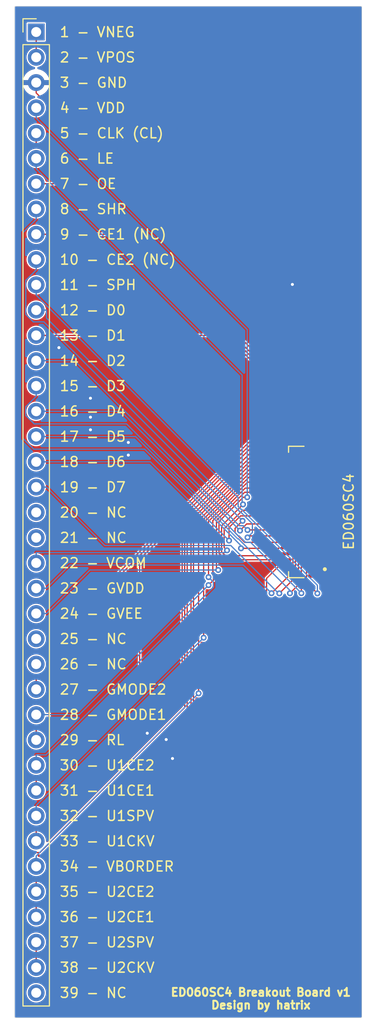
<source format=kicad_pcb>
(kicad_pcb (version 20221018) (generator pcbnew)
  (layers (0 "F.Cu" signal "Front") (31 "B.Cu" signal "Back") (34 "B.Paste" user) (35 "F.Paste" user) (36 "B.SilkS" user "B.Silkscreen") (37 "F.SilkS" user "F.Silkscreen") (38 "B.Mask" user) (39 "F.Mask" user) (44 "Edge.Cuts" user))
  (net 0 "")
  (net 6 "/GND")
  (net 7 "Net-(J1-VPOS)")
  (net 8 "Net-(J1-VNEG)")
  (net 9 "Net-(J1-VDD)")
  (net 10 "Net-(J1-CLK)")
  (net 11 "Net-(J1-LE)")
  (net 12 "Net-(J1-OE)")
  (net 13 "Net-(J1-SHR)")
  (net 14 "Net-(J1-CE1)")
  (net 15 "Net-(J1-CE2)")
  (net 16 "Net-(J1-SPH)")
  (net 17 "Net-(J1-D0)")
  (net 18 "Net-(J1-D1)")
  (net 19 "Net-(J1-D2)")
  (net 20 "Net-(J1-D3)")
  (net 21 "Net-(J1-D4)")
  (net 22 "Net-(J1-D5)")
  (net 23 "Net-(J1-D6)")
  (net 24 "Net-(J1-D7)")
  (net 25 "Net-(J1-VCOM)")
  (net 26 "Net-(J1-GVDD)")
  (net 27 "Net-(J1-GVEE)")
  (net 28 "Net-(J1-GMODE2)")
  (net 29 "Net-(J1-GMODE1)")
  (net 30 "Net-(J1-RL)")
  (net 31 "Net-(J1-U1CE2)")
  (net 32 "Net-(J1-U1CE1)")
  (net 33 "Net-(J1-U1SPV)")
  (net 34 "Net-(J1-U1CKV)")
  (net 35 "Net-(J1-VBORDER)")
  (net 36 "Net-(J1-U2CE2)")
  (net 37 "Net-(J1-U2CE1)")
  (net 38 "Net-(J1-U2SPV)")
  (net 39 "Net-(J1-U2CKV)")
  (footprint "Local Footprints:HRS_FH26W-39S-0.3SHW(60)" (layer "F.Cu") (at 133.68 90.17 90)
    (fp_text reference "J1" hide)
    (fp_text value "ED060SC4" (at 0.03 4.705 90) (layer "F.SilkS"))
    (fp_line (start -6.6 -1.35) (end -6 -1.35) (stroke (width 0.127)) (layer "F.SilkS"))
    (fp_line (start -6.6 0.2) (end -6.6 -1.35) (stroke (width 0.127)) (layer "F.SilkS"))
    (fp_line (start 6.6 -1.35) (end 6 -1.35) (stroke (width 0.127)) (layer "F.SilkS"))
    (fp_line (start 6.6 0.2) (end 6.6 -1.35) (stroke (width 0.127)) (layer "F.SilkS"))
    (fp_circle (center -5.75 2.3) (end -5.65 2.3) (stroke (width 0.2)) (fill none) (layer "F.SilkS"))
    (pad "1" smd rect (at -5.7 1.4 90) (size 0.3 0.8) (layers "F.Cu" "F.Paste" "F.Mask") (net 8 "Net-(J1-VNEG)"))
    (pad "2" smd rect (at -5.4 -1.6 90) (size 0.3 1) (layers "F.Cu" "F.Paste" "F.Mask") (net 7 "Net-(J1-VPOS)"))
    (pad "3" smd rect (at -5.1 1.4 90) (size 0.3 0.8) (layers "F.Cu" "F.Paste" "F.Mask") (net 6 "/GND"))
    (pad "4" smd rect (at -4.8 -1.6 90) (size 0.3 1) (layers "F.Cu" "F.Paste" "F.Mask") (net 9 "Net-(J1-VDD)"))
    (pad "5" smd rect (at -4.5 1.4 90) (size 0.3 0.8) (layers "F.Cu" "F.Paste" "F.Mask") (net 10 "Net-(J1-CLK)"))
    (pad "6" smd rect (at -4.2 -1.6 90) (size 0.3 1) (layers "F.Cu" "F.Paste" "F.Mask") (net 11 "Net-(J1-LE)"))
    (pad "7" smd rect (at -3.9 1.4 90) (size 0.3 0.8) (layers "F.Cu" "F.Paste" "F.Mask") (net 12 "Net-(J1-OE)"))
    (pad "8" smd rect (at -3.6 -1.6 90) (size 0.3 1) (layers "F.Cu" "F.Paste" "F.Mask") (net 13 "Net-(J1-SHR)"))
    (pad "9" smd rect (at -3.3 1.4 90) (size 0.3 0.8) (layers "F.Cu" "F.Paste" "F.Mask") (net 14 "Net-(J1-CE1)"))
    (pad "10" smd rect (at -3 -1.6 90) (size 0.3 1) (layers "F.Cu" "F.Paste" "F.Mask") (net 15 "Net-(J1-CE2)"))
    (pad "11" smd rect (at -2.7 1.4 90) (size 0.3 0.8) (layers "F.Cu" "F.Paste" "F.Mask") (net 16 "Net-(J1-SPH)"))
    (pad "12" smd rect (at -2.4 -1.6 90) (size 0.3 1) (layers "F.Cu" "F.Paste" "F.Mask") (net 17 "Net-(J1-D0)"))
    (pad "13" smd rect (at -2.1 1.4 90) (size 0.3 0.8) (layers "F.Cu" "F.Paste" "F.Mask") (net 18 "Net-(J1-D1)"))
    (pad "14" smd rect (at -1.8 -1.6 90) (size 0.3 1) (layers "F.Cu" "F.Paste" "F.Mask") (net 19 "Net-(J1-D2)"))
    (pad "15" smd rect (at -1.5 1.4 90) (size 0.3 0.8) (layers "F.Cu" "F.Paste" "F.Mask") (net 20 "Net-(J1-D3)"))
    (pad "16" smd rect (at -1.2 -1.6 90) (size 0.3 1) (layers "F.Cu" "F.Paste" "F.Mask") (net 21 "Net-(J1-D4)"))
    (pad "17" smd rect (at -0.9 1.4 90) (size 0.3 0.8) (layers "F.Cu" "F.Paste" "F.Mask") (net 22 "Net-(J1-D5)"))
    (pad "18" smd rect (at -0.6 -1.6 90) (size 0.3 1) (layers "F.Cu" "F.Paste" "F.Mask") (net 23 "Net-(J1-D6)"))
    (pad "19" smd rect (at -0.3 1.4 90) (size 0.3 0.8) (layers "F.Cu" "F.Paste" "F.Mask") (net 24 "Net-(J1-D7)"))
    (pad "20" smd rect (at 0 -1.6 90) (size 0.3 1) (layers "F.Cu" "F.Paste" "F.Mask"))
    (pad "21" smd rect (at 0.3 1.4 90) (size 0.3 0.8) (layers "F.Cu" "F.Paste" "F.Mask"))
    (pad "22" smd rect (at 0.6 -1.6 90) (size 0.3 1) (layers "F.Cu" "F.Paste" "F.Mask") (net 25 "Net-(J1-VCOM)"))
    (pad "23" smd rect (at 0.9 1.4 90) (size 0.3 0.8) (layers "F.Cu" "F.Paste" "F.Mask") (net 26 "Net-(J1-GVDD)"))
    (pad "24" smd rect (at 1.2 -1.6 90) (size 0.3 1) (layers "F.Cu" "F.Paste" "F.Mask") (net 27 "Net-(J1-GVEE)"))
    (pad "25" smd rect (at 1.5 1.4 90) (size 0.3 0.8) (layers "F.Cu" "F.Paste" "F.Mask"))
    (pad "26" smd rect (at 1.8 -1.6 90) (size 0.3 1) (layers "F.Cu" "F.Paste" "F.Mask"))
    (pad "27" smd rect (at 2.1 1.4 90) (size 0.3 0.8) (layers "F.Cu" "F.Paste" "F.Mask") (net 28 "Net-(J1-GMODE2)"))
    (pad "28" smd rect (at 2.4 -1.6 90) (size 0.3 1) (layers "F.Cu" "F.Paste" "F.Mask") (net 29 "Net-(J1-GMODE1)"))
    (pad "29" smd rect (at 2.7 1.4 90) (size 0.3 0.8) (layers "F.Cu" "F.Paste" "F.Mask") (net 30 "Net-(J1-RL)"))
    (pad "30" smd rect (at 3 -1.6 90) (size 0.3 1) (layers "F.Cu" "F.Paste" "F.Mask") (net 31 "Net-(J1-U1CE2)"))
    (pad "31" smd rect (at 3.3 1.4 90) (size 0.3 0.8) (layers "F.Cu" "F.Paste" "F.Mask") (net 32 "Net-(J1-U1CE1)"))
    (pad "32" smd rect (at 3.6 -1.6 90) (size 0.3 1) (layers "F.Cu" "F.Paste" "F.Mask") (net 33 "Net-(J1-U1SPV)"))
    (pad "33" smd rect (at 3.9 1.4 90) (size 0.3 0.8) (layers "F.Cu" "F.Paste" "F.Mask") (net 34 "Net-(J1-U1CKV)"))
    (pad "34" smd rect (at 4.2 -1.6 90) (size 0.3 1) (layers "F.Cu" "F.Paste" "F.Mask") (net 35 "Net-(J1-VBORDER)"))
    (pad "35" smd rect (at 4.5 1.4 90) (size 0.3 0.8) (layers "F.Cu" "F.Paste" "F.Mask") (net 36 "Net-(J1-U2CE2)"))
    (pad "36" smd rect (at 4.8 -1.6 90) (size 0.3 1) (layers "F.Cu" "F.Paste" "F.Mask") (net 37 "Net-(J1-U2CE1)"))
    (pad "37" smd rect (at 5.1 1.4 90) (size 0.3 0.8) (layers "F.Cu" "F.Paste" "F.Mask") (net 38 "Net-(J1-U2SPV)"))
    (pad "38" smd rect (at 5.4 -1.6 90) (size 0.3 1) (layers "F.Cu" "F.Paste" "F.Mask") (net 39 "Net-(J1-U2CKV)"))
    (pad "39" smd rect (at 5.7 1.4 90) (size 0.3 0.8) (layers "F.Cu" "F.Paste" "F.Mask"))
    (pad "S1" smd rect (at -6.4 1.125 90) (size 0.4 0.95) (layers "F.Cu" "F.Paste" "F.Mask"))
    (pad "S2" smd rect (at 6.4 1.125 90) (size 0.4 0.95) (layers "F.Cu" "F.Paste" "F.Mask"))
  )
  (footprint "Connector_PinHeader_2.54mm:PinHeader_1x39_P2.54mm_Vertical" (layer "F.Cu") (at 106.934 41.95)
    (fp_text reference "J2" hide)
    (fp_text value "Conn_01x39_Pin")
    (fp_line (start -1.33 -1.33) (end 0 -1.33) (stroke (width 0.12)) (layer "F.SilkS"))
    (fp_line (start -1.33 0) (end -1.33 -1.33) (stroke (width 0.12)) (layer "F.SilkS"))
    (fp_line (start -1.33 1.27) (end -1.33 97.85) (stroke (width 0.12)) (layer "F.SilkS"))
    (fp_line (start -1.33 1.27) (end 1.33 1.27) (stroke (width 0.12)) (layer "F.SilkS"))
    (fp_line (start -1.33 97.85) (end 1.33 97.85) (stroke (width 0.12)) (layer "F.SilkS"))
    (fp_line (start 1.33 1.27) (end 1.33 97.85) (stroke (width 0.12)) (layer "F.SilkS"))
    (pad "1" thru_hole rect (at 0 0) (size 1.7 1.7) (drill 1) (layers "*.Cu" "*.Mask") (net 8 "Net-(J1-VNEG)"))
    (pad "2" thru_hole oval (at 0 2.54) (size 1.7 1.7) (drill 1) (layers "*.Cu" "*.Mask") (net 7 "Net-(J1-VPOS)"))
    (pad "3" thru_hole oval (at 0 5.08) (size 1.7 1.7) (drill 1) (layers "*.Cu" "*.Mask") (net 6 "/GND"))
    (pad "4" thru_hole oval (at 0 7.62) (size 1.7 1.7) (drill 1) (layers "*.Cu" "*.Mask") (net 9 "Net-(J1-VDD)"))
    (pad "5" thru_hole oval (at 0 10.16) (size 1.7 1.7) (drill 1) (layers "*.Cu" "*.Mask") (net 10 "Net-(J1-CLK)"))
    (pad "6" thru_hole oval (at 0 12.7) (size 1.7 1.7) (drill 1) (layers "*.Cu" "*.Mask") (net 11 "Net-(J1-LE)"))
    (pad "7" thru_hole oval (at 0 15.24) (size 1.7 1.7) (drill 1) (layers "*.Cu" "*.Mask") (net 12 "Net-(J1-OE)"))
    (pad "8" thru_hole oval (at 0 17.78) (size 1.7 1.7) (drill 1) (layers "*.Cu" "*.Mask") (net 13 "Net-(J1-SHR)"))
    (pad "9" thru_hole oval (at 0 20.32) (size 1.7 1.7) (drill 1) (layers "*.Cu" "*.Mask") (net 14 "Net-(J1-CE1)"))
    (pad "10" thru_hole oval (at 0 22.86) (size 1.7 1.7) (drill 1) (layers "*.Cu" "*.Mask") (net 15 "Net-(J1-CE2)"))
    (pad "11" thru_hole oval (at 0 25.4) (size 1.7 1.7) (drill 1) (layers "*.Cu" "*.Mask") (net 16 "Net-(J1-SPH)"))
    (pad "12" thru_hole oval (at 0 27.94) (size 1.7 1.7) (drill 1) (layers "*.Cu" "*.Mask") (net 17 "Net-(J1-D0)"))
    (pad "13" thru_hole oval (at 0 30.48) (size 1.7 1.7) (drill 1) (layers "*.Cu" "*.Mask") (net 18 "Net-(J1-D1)"))
    (pad "14" thru_hole oval (at 0 33.02) (size 1.7 1.7) (drill 1) (layers "*.Cu" "*.Mask") (net 19 "Net-(J1-D2)"))
    (pad "15" thru_hole oval (at 0 35.56) (size 1.7 1.7) (drill 1) (layers "*.Cu" "*.Mask") (net 20 "Net-(J1-D3)"))
    (pad "16" thru_hole oval (at 0 38.1) (size 1.7 1.7) (drill 1) (layers "*.Cu" "*.Mask") (net 21 "Net-(J1-D4)"))
    (pad "17" thru_hole oval (at 0 40.64) (size 1.7 1.7) (drill 1) (layers "*.Cu" "*.Mask") (net 22 "Net-(J1-D5)"))
    (pad "18" thru_hole oval (at 0 43.18) (size 1.7 1.7) (drill 1) (layers "*.Cu" "*.Mask") (net 23 "Net-(J1-D6)"))
    (pad "19" thru_hole oval (at 0 45.72) (size 1.7 1.7) (drill 1) (layers "*.Cu" "*.Mask") (net 24 "Net-(J1-D7)"))
    (pad "20" thru_hole oval (at 0 48.26) (size 1.7 1.7) (drill 1) (layers "*.Cu" "*.Mask"))
    (pad "21" thru_hole oval (at 0 50.8) (size 1.7 1.7) (drill 1) (layers "*.Cu" "*.Mask"))
    (pad "22" thru_hole oval (at 0 53.34) (size 1.7 1.7) (drill 1) (layers "*.Cu" "*.Mask") (net 25 "Net-(J1-VCOM)"))
    (pad "23" thru_hole oval (at 0 55.88) (size 1.7 1.7) (drill 1) (layers "*.Cu" "*.Mask") (net 26 "Net-(J1-GVDD)"))
    (pad "24" thru_hole oval (at 0 58.42) (size 1.7 1.7) (drill 1) (layers "*.Cu" "*.Mask") (net 27 "Net-(J1-GVEE)"))
    (pad "25" thru_hole oval (at 0 60.96) (size 1.7 1.7) (drill 1) (layers "*.Cu" "*.Mask"))
    (pad "26" thru_hole oval (at 0 63.5) (size 1.7 1.7) (drill 1) (layers "*.Cu" "*.Mask"))
    (pad "27" thru_hole oval (at 0 66.04) (size 1.7 1.7) (drill 1) (layers "*.Cu" "*.Mask") (net 28 "Net-(J1-GMODE2)"))
    (pad "28" thru_hole oval (at 0 68.58) (size 1.7 1.7) (drill 1) (layers "*.Cu" "*.Mask") (net 29 "Net-(J1-GMODE1)"))
    (pad "29" thru_hole oval (at 0 71.12) (size 1.7 1.7) (drill 1) (layers "*.Cu" "*.Mask") (net 30 "Net-(J1-RL)"))
    (pad "30" thru_hole oval (at 0 73.66) (size 1.7 1.7) (drill 1) (layers "*.Cu" "*.Mask") (net 31 "Net-(J1-U1CE2)"))
    (pad "31" thru_hole oval (at 0 76.2) (size 1.7 1.7) (drill 1) (layers "*.Cu" "*.Mask") (net 32 "Net-(J1-U1CE1)"))
    (pad "32" thru_hole oval (at 0 78.74) (size 1.7 1.7) (drill 1) (layers "*.Cu" "*.Mask") (net 33 "Net-(J1-U1SPV)"))
    (pad "33" thru_hole oval (at 0 81.28) (size 1.7 1.7) (drill 1) (layers "*.Cu" "*.Mask") (net 34 "Net-(J1-U1CKV)"))
    (pad "34" thru_hole oval (at 0 83.82) (size 1.7 1.7) (drill 1) (layers "*.Cu" "*.Mask") (net 35 "Net-(J1-VBORDER)"))
    (pad "35" thru_hole oval (at 0 86.36) (size 1.7 1.7) (drill 1) (layers "*.Cu" "*.Mask") (net 36 "Net-(J1-U2CE2)"))
    (pad "36" thru_hole oval (at 0 88.9) (size 1.7 1.7) (drill 1) (layers "*.Cu" "*.Mask") (net 37 "Net-(J1-U2CE1)"))
    (pad "37" thru_hole oval (at 0 91.44) (size 1.7 1.7) (drill 1) (layers "*.Cu" "*.Mask") (net 38 "Net-(J1-U2SPV)"))
    (pad "38" thru_hole oval (at 0 93.98) (size 1.7 1.7) (drill 1) (layers "*.Cu" "*.Mask") (net 39 "Net-(J1-U2CKV)"))
    (pad "39" thru_hole oval (at 0 96.52) (size 1.7 1.7) (drill 1) (layers "*.Cu" "*.Mask"))
  )
  (gr_rect (start 104.775 39.37) (end 139.7 140.97) (stroke (width 0.0381)) (fill none) (layer "Edge.Cuts"))
  (gr_text "32 - U1SPV" (at 109.22 121.285) (layer "F.SilkS") (effects (font (size 1 1)) (justify left bottom)))
  (gr_text "39 - NC" (at 109.22 139.065) (layer "F.SilkS") (effects (font (size 1 1)) (justify left bottom)))
  (gr_text "34 - VBORDER" (at 109.22 126.365) (layer "F.SilkS") (effects (font (size 1 1)) (justify left bottom)))
  (gr_text "6 - LE" (at 109.22 55.245) (layer "F.SilkS") (effects (font (size 1 1)) (justify left bottom)))
  (gr_text "38 - U2CKV" (at 109.22 136.525) (layer "F.SilkS") (effects (font (size 1 1)) (justify left bottom)))
  (gr_text "12 - D0" (at 109.22 70.485) (layer "F.SilkS") (effects (font (size 1 1)) (justify left bottom)))
  (gr_text "37 - U2SPV" (at 109.22 133.985) (layer "F.SilkS") (effects (font (size 1 1)) (justify left bottom)))
  (gr_text "24 - GVEE" (at 109.22 100.965) (layer "F.SilkS") (effects (font (size 1 1)) (justify left bottom)))
  (gr_text "27 - GMODE2" (at 109.22 108.585) (layer "F.SilkS") (effects (font (size 1 1)) (justify left bottom)))
  (gr_text "18 - D6" (at 109.22 85.725) (layer "F.SilkS") (effects (font (size 1 1)) (justify left bottom)))
  (gr_text "22 - VCOM" (at 109.22 95.885) (layer "F.SilkS") (effects (font (size 1 1)) (justify left bottom)))
  (gr_text "20 - NC" (at 109.22 90.805) (layer "F.SilkS") (effects (font (size 1 1)) (justify left bottom)))
  (gr_text "19 - D7" (at 109.22 88.265) (layer "F.SilkS") (effects (font (size 1 1)) (justify left bottom)))
  (gr_text "14 - D2" (at 109.22 75.565) (layer "F.SilkS") (effects (font (size 1 1)) (justify left bottom)))
  (gr_text "31 - U1CE1" (at 109.22 118.745) (layer "F.SilkS") (effects (font (size 1 1)) (justify left bottom)))
  (gr_text "10 - CE2 (NC)" (at 109.22 65.405) (layer "F.SilkS") (effects (font (size 1 1)) (justify left bottom)))
  (gr_text "25 - NC" (at 109.22 103.505) (layer "F.SilkS") (effects (font (size 1 1)) (justify left bottom)))
  (gr_text "ED060SC4 Breakout Board v1\nDesign by hatrix" (at 129.54 139.065) (layer "F.SilkS") (effects (font (size 0.8 0.8) (thickness 0.2) bold)))
  (gr_text "13 - D1" (at 109.22 73.025) (layer "F.SilkS") (effects (font (size 1 1)) (justify left bottom)))
  (gr_text "17 - D5" (at 109.22 83.185) (layer "F.SilkS") (effects (font (size 1 1)) (justify left bottom)))
  (gr_text "16 - D4" (at 109.22 80.645) (layer "F.SilkS") (effects (font (size 1 1)) (justify left bottom)))
  (gr_text "1 - VNEG" (at 109.22 42.545) (layer "F.SilkS") (effects (font (size 1 1)) (justify left bottom)))
  (gr_text "7 - OE" (at 109.22 57.785) (layer "F.SilkS") (effects (font (size 1 1)) (justify left bottom)))
  (gr_text "23 - GVDD" (at 109.22 98.425) (layer "F.SilkS") (effects (font (size 1 1)) (justify left bottom)))
  (gr_text "4 - VDD" (at 109.22 50.165) (layer "F.SilkS") (effects (font (size 1 1)) (justify left bottom)))
  (gr_text "11 - SPH" (at 109.22 67.945) (layer "F.SilkS") (effects (font (size 1 1)) (justify left bottom)))
  (gr_text "15 - D3" (at 109.22 78.105) (layer "F.SilkS") (effects (font (size 1 1)) (justify left bottom)))
  (gr_text "33 - U1CKV" (at 109.22 123.825) (layer "F.SilkS") (effects (font (size 1 1)) (justify left bottom)))
  (gr_text "9 - CE1 (NC)" (at 109.22 62.865) (layer "F.SilkS") (effects (font (size 1 1)) (justify left bottom)))
  (gr_text "36 - U2CE1" (at 109.22 131.445) (layer "F.SilkS") (effects (font (size 1 1)) (justify left bottom)))
  (gr_text "5 - CLK (CL)" (at 109.22 52.705) (layer "F.SilkS") (effects (font (size 1 1)) (justify left bottom)))
  (gr_text "21 - NC" (at 109.22 93.345) (layer "F.SilkS") (effects (font (size 1 1)) (justify left bottom)))
  (gr_text "29 - RL" (at 109.22 113.665) (layer "F.SilkS") (effects (font (size 1 1)) (justify left bottom)))
  (gr_text "30 - U1CE2" (at 109.22 116.205) (layer "F.SilkS") (effects (font (size 1 1)) (justify left bottom)))
  (gr_text "35 - U2CE2" (at 109.22 128.905) (layer "F.SilkS") (effects (font (size 1 1)) (justify left bottom)))
  (gr_text "3 - GND" (at 109.22 47.625) (layer "F.SilkS") (effects (font (size 1 1)) (justify left bottom)))
  (gr_text "8 - SHR" (at 109.22 60.325) (layer "F.SilkS") (effects (font (size 1 1)) (justify left bottom)))
  (gr_text "26 - NC" (at 109.22 106.045) (layer "F.SilkS") (effects (font (size 1 1)) (justify left bottom)))
  (gr_text "2 - VPOS" (at 109.22 45.085) (layer "F.SilkS") (effects (font (size 1 1)) (justify left bottom)))
  (gr_text "28 - GMODE1" (at 109.22 111.125) (layer "F.SilkS") (effects (font (size 1 1)) (justify left bottom)))
  (segment (start 137.8341 93.1065) (end 135.6706 95.27) (width 0.127) (layer "F.Cu") (net 6))
  (segment (start 106.934 48.0706) (end 137.8341 78.9707) (width 0.127) (layer "F.Cu") (net 6))
  (segment (start 135.08 95.27) (end 135.6706 95.27) (width 0.127) (layer "F.Cu") (net 6))
  (segment (start 137.8341 78.9707) (end 137.8341 93.1065) (width 0.127) (layer "F.Cu") (net 6))
  (segment (start 106.934 47.03) (end 106.934 48.0706) (width 0.127) (layer "F.Cu") (net 6))
  (via (at 116.205 84.455) (size 0.6) (drill 0.3) (layers "F.Cu" "B.Cu") (net 6))
  (via (at 120.65 114.935) (size 0.6) (drill 0.3) (layers "F.Cu" "B.Cu") (net 6))
  (via (at 132.715 67.31) (size 0.6) (drill 0.3) (layers "F.Cu" "B.Cu") (net 6))
  (via (at 112.395 80.645) (size 0.6) (drill 0.3) (layers "F.Cu" "B.Cu") (net 6))
  (via (at 120.015 113.03) (size 0.6) (drill 0.3) (layers "F.Cu" "B.Cu") (net 6))
  (via (at 112.395 78.74) (size 0.6) (drill 0.3) (layers "F.Cu" "B.Cu") (net 6))
  (via (at 116.205 83.185) (size 0.6) (drill 0.3) (layers "F.Cu" "B.Cu") (net 6))
  (via (at 109.22 73.66) (size 0.6) (drill 0.3) (layers "F.Cu" "B.Cu") (net 6))
  (via (at 112.395 81.915) (size 0.6) (drill 0.3) (layers "F.Cu" "B.Cu") (net 6))
  (via (at 118.11 112.395) (size 0.6) (drill 0.3) (layers "F.Cu" "B.Cu") (net 6))
  (segment (start 105.8933 42.929) (end 105.8933 40.9464) (width 0.127) (layer "F.Cu") (net 7))
  (segment (start 138.3673 95.9752) (end 135.5021 98.8404) (width 0.127) (layer "F.Cu") (net 7))
  (segment (start 132.08 95.57) (end 131.3894 95.57) (width 0.127) (layer "F.Cu") (net 7))
  (segment (start 138.3673 71.3893) (end 138.3673 95.9752) (width 0.127) (layer "F.Cu") (net 7))
  (segment (start 130.1177 98.6104) (end 130.1177 96.8417) (width 0.127) (layer "F.Cu") (net 7))
  (segment (start 107.8873 40.9093) (end 138.3673 71.3893) (width 0.127) (layer "F.Cu") (net 7))
  (segment (start 135.5021 98.8404) (end 130.3477 98.8404) (width 0.127) (layer "F.Cu") (net 7))
  (segment (start 106.4137 43.4494) (end 105.8933 42.929) (width 0.127) (layer "F.Cu") (net 7))
  (segment (start 130.1177 96.8417) (end 131.3894 95.57) (width 0.127) (layer "F.Cu") (net 7))
  (segment (start 105.9304 40.9093) (end 107.8873 40.9093) (width 0.127) (layer "F.Cu") (net 7))
  (segment (start 106.934 44.49) (end 106.934 43.4494) (width 0.127) (layer "F.Cu") (net 7))
  (segment (start 106.934 43.4494) (end 106.4137 43.4494) (width 0.127) (layer "F.Cu") (net 7))
  (segment (start 105.8933 40.9464) (end 105.9304 40.9093) (width 0.127) (layer "F.Cu") (net 7))
  (segment (start 130.3477 98.8404) (end 130.1177 98.6104) (width 0.127) (layer "F.Cu") (net 7))
  (segment (start 135.08 95.87) (end 135.6706 95.87) (width 0.127) (layer "F.Cu") (net 8))
  (segment (start 106.934 42.9906) (end 138.0927 74.1493) (width 0.127) (layer "F.Cu") (net 8))
  (segment (start 138.0927 74.1493) (end 138.0927 93.4479) (width 0.127) (layer "F.Cu") (net 8))
  (segment (start 138.0927 93.4479) (end 135.6706 95.87) (width 0.127) (layer "F.Cu") (net 8))
  (segment (start 106.934 41.95) (end 106.934 42.9906) (width 0.127) (layer "F.Cu") (net 8))
  (segment (start 125.3296 91.1309) (end 125.3296 94.3059) (width 0.127) (layer "F.Cu") (net 9))
  (segment (start 125.3296 94.3059) (end 125.9937 94.97) (width 0.127) (layer "F.Cu") (net 9))
  (segment (start 128.1708 88.6885) (end 127.772 88.6885) (width 0.127) (layer "F.Cu") (net 9))
  (segment (start 125.9937 94.97) (end 132.08 94.97) (width 0.127) (layer "F.Cu") (net 9))
  (segment (start 127.772 88.6885) (end 125.3296 91.1309) (width 0.127) (layer "F.Cu") (net 9))
  (via (at 128.1708 88.6885) (size 0.6) (drill 0.3) (layers "F.Cu" "B.Cu") (net 9))
  (segment (start 106.934 50.6106) (end 128.1708 71.8474) (width 0.127) (layer "B.Cu") (net 9))
  (segment (start 106.934 49.57) (end 106.934 50.6106) (width 0.127) (layer "B.Cu") (net 9))
  (segment (start 128.1708 71.8474) (end 128.1708 88.6885) (width 0.127) (layer "B.Cu") (net 9))
  (segment (start 135.08 94.67) (end 135.6706 94.67) (width 0.127) (layer "F.Cu") (net 10))
  (segment (start 137.5776 82.7536) (end 137.5776 92.763) (width 0.127) (layer "F.Cu") (net 10))
  (segment (start 106.934 52.11) (end 106.934 53.1506) (width 0.127) (layer "F.Cu") (net 10))
  (segment (start 137.5776 92.763) (end 135.6706 94.67) (width 0.127) (layer "F.Cu") (net 10))
  (segment (start 107.9746 53.1506) (end 137.5776 82.7536) (width 0.127) (layer "F.Cu") (net 10))
  (segment (start 106.934 53.1506) (end 107.9746 53.1506) (width 0.127) (layer "F.Cu") (net 10))
  (segment (start 132.08 94.37) (end 131.3894 94.37) (width 0.127) (layer "F.Cu") (net 11))
  (segment (start 131.1949 94.5645) (end 131.3894 94.37) (width 0.127) (layer "F.Cu") (net 11))
  (segment (start 125.5903 91.5639) (end 125.5903 94.1717) (width 0.127) (layer "F.Cu") (net 11))
  (segment (start 125.9831 94.5645) (end 131.1949 94.5645) (width 0.127) (layer "F.Cu") (net 11))
  (segment (start 125.5903 94.1717) (end 125.9831 94.5645) (width 0.127) (layer "F.Cu") (net 11))
  (segment (start 127.7467 89.4075) (end 125.5903 91.5639) (width 0.127) (layer "F.Cu") (net 11))
  (via (at 127.7467 89.4075) (size 0.6) (drill 0.3) (layers "F.Cu" "B.Cu") (net 11))
  (segment (start 106.934 55.6906) (end 127.6568 76.4134) (width 0.127) (layer "B.Cu") (net 11))
  (segment (start 127.6568 76.4134) (end 127.6568 89.3176) (width 0.127) (layer "B.Cu") (net 11))
  (segment (start 106.934 54.65) (end 106.934 55.6906) (width 0.127) (layer "B.Cu") (net 11))
  (segment (start 127.6568 89.3176) (end 127.7467 89.4075) (width 0.127) (layer "B.Cu") (net 11))
  (segment (start 106.934 57.19) (end 111.5543 57.19) (width 0.127) (layer "F.Cu") (net 12))
  (segment (start 137.3193 92.4213) (end 135.6706 94.07) (width 0.127) (layer "F.Cu") (net 12))
  (segment (start 135.08 94.07) (end 135.6706 94.07) (width 0.127) (layer "F.Cu") (net 12))
  (segment (start 111.5543 57.19) (end 137.3193 82.955) (width 0.127) (layer "F.Cu") (net 12))
  (segment (start 137.3193 82.955) (end 137.3193 92.4213) (width 0.127) (layer "F.Cu") (net 12))
  (segment (start 131.3401 93.8193) (end 127.5461 93.8193) (width 0.127) (layer "F.Cu") (net 13))
  (segment (start 132.08 93.77) (end 131.3894 93.77) (width 0.127) (layer "F.Cu") (net 13))
  (segment (start 131.3894 93.77) (end 131.3401 93.8193) (width 0.127) (layer "F.Cu") (net 13))
  (via (at 127.5461 93.8193) (size 0.6) (drill 0.3) (layers "F.Cu" "B.Cu") (net 13))
  (segment (start 127.5461 93.8193) (end 127.5461 93.5541) (width 0.127) (layer "B.Cu") (net 13))
  (segment (start 117.852 83.86) (end 106.6842 83.86) (width 0.127) (layer "B.Cu") (net 13))
  (segment (start 106.934 59.73) (end 106.934 60.7706) (width 0.127) (layer "B.Cu") (net 13))
  (segment (start 105.6127 62.0919) (end 106.934 60.7706) (width 0.127) (layer "B.Cu") (net 13))
  (segment (start 127.5461 93.5541) (end 117.852 83.86) (width 0.127) (layer "B.Cu") (net 13))
  (segment (start 105.6127 82.7885) (end 105.6127 62.0919) (width 0.127) (layer "B.Cu") (net 13))
  (segment (start 106.6842 83.86) (end 105.6127 82.7885) (width 0.127) (layer "B.Cu") (net 13))
  (segment (start 135.08 93.47) (end 135.6706 93.47) (width 0.127) (layer "F.Cu") (net 14))
  (segment (start 116.2748 62.27) (end 137.0651 83.0603) (width 0.127) (layer "F.Cu") (net 14))
  (segment (start 137.0651 83.0603) (end 137.0651 92.0755) (width 0.127) (layer "F.Cu") (net 14))
  (segment (start 137.0651 92.0755) (end 135.6706 93.47) (width 0.127) (layer "F.Cu") (net 14))
  (segment (start 106.934 62.27) (end 116.2748 62.27) (width 0.127) (layer "F.Cu") (net 14))
  (segment (start 132.08 93.17) (end 131.3894 93.17) (width 0.127) (layer "F.Cu") (net 15))
  (segment (start 131.3424 93.217) (end 127.9086 93.217) (width 0.127) (layer "F.Cu") (net 15))
  (segment (start 126.9466 91.8114) (end 127.7006 91.0574) (width 0.127) (layer "F.Cu") (net 15))
  (segment (start 126.9466 92.255) (end 126.9466 91.8114) (width 0.127) (layer "F.Cu") (net 15))
  (segment (start 131.3894 93.17) (end 131.3424 93.217) (width 0.127) (layer "F.Cu") (net 15))
  (segment (start 127.9086 93.217) (end 126.9466 92.255) (width 0.127) (layer "F.Cu") (net 15))
  (via (at 127.7006 91.0574) (size 0.6) (drill 0.3) (layers "F.Cu" "B.Cu") (net 15))
  (segment (start 106.934 65.8506) (end 105.8881 66.8965) (width 0.127) (layer "B.Cu") (net 15))
  (segment (start 105.8881 66.8965) (end 105.8881 70.3162) (width 0.127) (layer "B.Cu") (net 15))
  (segment (start 106.6419 71.07) (end 107.7132 71.07) (width 0.127) (layer "B.Cu") (net 15))
  (segment (start 105.8881 70.3162) (end 106.6419 71.07) (width 0.127) (layer "B.Cu") (net 15))
  (segment (start 107.7132 71.07) (end 127.7006 91.0574) (width 0.127) (layer "B.Cu") (net 15))
  (segment (start 106.934 64.81) (end 106.934 65.8506) (width 0.127) (layer "B.Cu") (net 15))
  (segment (start 134.1393 97.2553) (end 134.1393 93.2201) (width 0.127) (layer "F.Cu") (net 16))
  (segment (start 134.1393 93.2201) (end 134.4894 92.87) (width 0.127) (layer "F.Cu") (net 16))
  (segment (start 135.2315 98.3475) (end 134.1393 97.2553) (width 0.127) (layer "F.Cu") (net 16))
  (segment (start 135.08 92.87) (end 134.4894 92.87) (width 0.127) (layer "F.Cu") (net 16))
  (via (at 135.2315 98.3475) (size 0.6) (drill 0.3) (layers "F.Cu" "B.Cu") (net 16))
  (segment (start 106.934 67.35) (end 106.934 68.3906) (width 0.127) (layer "B.Cu") (net 16))
  (segment (start 135.2315 97.5327) (end 135.2315 98.3475) (width 0.127) (layer "B.Cu") (net 16))
  (segment (start 106.934 68.3906) (end 127.2561 88.7127) (width 0.127) (layer "B.Cu") (net 16))
  (segment (start 127.2561 88.7127) (end 127.2561 89.6106) (width 0.127) (layer "B.Cu") (net 16))
  (segment (start 127.5969 89.8981) (end 135.2315 97.5327) (width 0.127) (layer "B.Cu") (net 16))
  (segment (start 127.2561 89.6106) (end 127.5436 89.8981) (width 0.127) (layer "B.Cu") (net 16))
  (segment (start 127.5436 89.8981) (end 127.5969 89.8981) (width 0.127) (layer "B.Cu") (net 16))
  (segment (start 128.3567 92.57) (end 128.2003 92.7264) (width 0.127) (layer "F.Cu") (net 17))
  (segment (start 131.3894 92.57) (end 128.3567 92.57) (width 0.127) (layer "F.Cu") (net 17))
  (segment (start 132.08 92.57) (end 131.3894 92.57) (width 0.127) (layer "F.Cu") (net 17))
  (via (at 128.2003 92.7264) (size 0.6) (drill 0.3) (layers "F.Cu" "B.Cu") (net 17))
  (segment (start 128.6901 91.3508) (end 127.4915 90.1522) (width 0.127) (layer "B.Cu") (net 17))
  (segment (start 127.4384 90.1522) (end 107.9746 70.6884) (width 0.127) (layer "B.Cu") (net 17))
  (segment (start 107.9746 70.6884) (end 107.9746 69.89) (width 0.127) (layer "B.Cu") (net 17))
  (segment (start 128.6901 92.2366) (end 128.6901 91.3508) (width 0.127) (layer "B.Cu") (net 17))
  (segment (start 127.4915 90.1522) (end 127.4384 90.1522) (width 0.127) (layer "B.Cu") (net 17))
  (segment (start 128.2003 92.7264) (end 128.6901 92.2366) (width 0.127) (layer "B.Cu") (net 17))
  (segment (start 106.934 69.89) (end 107.9746 69.89) (width 0.127) (layer "B.Cu") (net 17))
  (segment (start 106.934 72.43) (end 107.9746 72.43) (width 0.127) (layer "F.Cu") (net 18))
  (segment (start 135.08 92.27) (end 135.6706 92.27) (width 0.127) (layer "F.Cu") (net 18))
  (segment (start 136.7665 91.1741) (end 135.6706 92.27) (width 0.127) (layer "F.Cu") (net 18))
  (segment (start 136.7665 83.1434) (end 136.7665 91.1741) (width 0.127) (layer "F.Cu") (net 18))
  (segment (start 107.9746 72.43) (end 126.0531 72.43) (width 0.127) (layer "F.Cu") (net 18))
  (segment (start 126.0531 72.43) (end 136.7665 83.1434) (width 0.127) (layer "F.Cu") (net 18))
  (segment (start 132.08 91.97) (end 128.2079 91.97) (width 0.127) (layer "F.Cu") (net 19))
  (segment (start 128.2079 91.97) (end 128.1994 91.9785) (width 0.127) (layer "F.Cu") (net 19))
  (via (at 128.1994 91.9785) (size 0.6) (drill 0.3) (layers "F.Cu" "B.Cu") (net 19))
  (segment (start 127.368 91.5481) (end 110.7899 74.97) (width 0.127) (layer "B.Cu") (net 19))
  (segment (start 127.769 91.5481) (end 127.368 91.5481) (width 0.127) (layer "B.Cu") (net 19))
  (segment (start 110.7899 74.97) (end 106.934 74.97) (width 0.127) (layer "B.Cu") (net 19))
  (segment (start 128.1994 91.9785) (end 127.769 91.5481) (width 0.127) (layer "B.Cu") (net 19))
  (segment (start 134.4894 91.67) (end 133.6203 92.5391) (width 0.127) (layer "F.Cu") (net 20))
  (segment (start 133.6203 92.5391) (end 133.6203 98.3296) (width 0.127) (layer "F.Cu") (net 20))
  (segment (start 135.08 91.67) (end 134.4894 91.67) (width 0.127) (layer "F.Cu") (net 20))
  (via (at 133.6203 98.3296) (size 0.6) (drill 0.3) (layers "F.Cu" "B.Cu") (net 20))
  (segment (start 127.2928 92.5821) (end 116.0307 81.32) (width 0.127) (layer "B.Cu") (net 20))
  (segment (start 127.9972 93.217) (end 127.3623 92.5821) (width 0.127) (layer "B.Cu") (net 20))
  (segment (start 105.8881 79.5965) (end 106.934 78.5506) (width 0.127) (layer "B.Cu") (net 20))
  (segment (start 106.7324 81.32) (end 105.8881 80.4757) (width 0.127) (layer "B.Cu") (net 20))
  (segment (start 133.6203 98.3296) (end 128.5077 93.217) (width 0.127) (layer "B.Cu") (net 20))
  (segment (start 128.5077 93.217) (end 127.9972 93.217) (width 0.127) (layer "B.Cu") (net 20))
  (segment (start 106.934 77.51) (end 106.934 78.5506) (width 0.127) (layer "B.Cu") (net 20))
  (segment (start 127.3623 92.5821) (end 127.2928 92.5821) (width 0.127) (layer "B.Cu") (net 20))
  (segment (start 105.8881 80.4757) (end 105.8881 79.5965) (width 0.127) (layer "B.Cu") (net 20))
  (segment (start 116.0307 81.32) (end 106.7324 81.32) (width 0.127) (layer "B.Cu") (net 20))
  (segment (start 128.1121 91.37) (end 127.4434 92.0387) (width 0.127) (layer "F.Cu") (net 21))
  (segment (start 131.3894 91.37) (end 128.1121 91.37) (width 0.127) (layer "F.Cu") (net 21))
  (segment (start 132.08 91.37) (end 131.3894 91.37) (width 0.127) (layer "F.Cu") (net 21))
  (via (at 127.4434 92.0387) (size 0.6) (drill 0.3) (layers "F.Cu" "B.Cu") (net 21))
  (segment (start 115.4547 80.05) (end 127.4434 92.0387) (width 0.127) (layer "B.Cu") (net 21))
  (segment (start 106.934 80.05) (end 115.4547 80.05) (width 0.127) (layer "B.Cu") (net 21))
  (segment (start 135.08 91.07) (end 134.4894 91.07) (width 0.127) (layer "F.Cu") (net 22))
  (segment (start 133.3267 92.2327) (end 134.4894 91.07) (width 0.127) (layer "F.Cu") (net 22))
  (segment (start 133.3267 97.4771) (end 133.3267 92.2327) (width 0.127) (layer "F.Cu") (net 22))
  (segment (start 132.4684 98.3354) (end 133.3267 97.4771) (width 0.127) (layer "F.Cu") (net 22))
  (via (at 132.4684 98.3354) (size 0.6) (drill 0.3) (layers "F.Cu" "B.Cu") (net 22))
  (segment (start 132.4684 98.0475) (end 127.2795 92.8586) (width 0.127) (layer "B.Cu") (net 22))
  (segment (start 116.9413 82.59) (end 106.934 82.59) (width 0.127) (layer "B.Cu") (net 22))
  (segment (start 127.2099 92.8586) (end 116.9413 82.59) (width 0.127) (layer "B.Cu") (net 22))
  (segment (start 127.2795 92.8586) (end 127.2099 92.8586) (width 0.127) (layer "B.Cu") (net 22))
  (segment (start 132.4684 98.3354) (end 132.4684 98.0475) (width 0.127) (layer "B.Cu") (net 22))
  (segment (start 126.3408 91.7235) (end 126.3408 93.0426) (width 0.127) (layer "F.Cu") (net 23))
  (segment (start 127.5013 90.563) (end 126.3408 91.7235) (width 0.127) (layer "F.Cu") (net 23))
  (segment (start 131.3894 90.77) (end 131.1824 90.563) (width 0.127) (layer "F.Cu") (net 23))
  (segment (start 131.1824 90.563) (end 127.5013 90.563) (width 0.127) (layer "F.Cu") (net 23))
  (segment (start 132.08 90.77) (end 131.3894 90.77) (width 0.127) (layer "F.Cu") (net 23))
  (via (at 126.3408 93.0426) (size 0.6) (drill 0.3) (layers "F.Cu" "B.Cu") (net 23))
  (segment (start 106.934 85.13) (end 118.4282 85.13) (width 0.127) (layer "B.Cu") (net 23))
  (segment (start 118.4282 85.13) (end 126.3408 93.0426) (width 0.127) (layer "B.Cu") (net 23))
  (segment (start 135.08 90.47) (end 134.4894 90.47) (width 0.127) (layer "F.Cu") (net 24))
  (segment (start 133.0249 91.9345) (end 133.0249 96.7236) (width 0.127) (layer "F.Cu") (net 24))
  (segment (start 134.4894 90.47) (end 133.0249 91.9345) (width 0.127) (layer "F.Cu") (net 24))
  (segment (start 133.0249 96.7236) (end 131.4011 98.3474) (width 0.127) (layer "F.Cu") (net 24))
  (via (at 131.4011 98.3474) (size 0.6) (drill 0.3) (layers "F.Cu" "B.Cu") (net 24))
  (segment (start 131.3259 98.3474) (end 126.5118 93.5333) (width 0.127) (layer "B.Cu") (net 24))
  (segment (start 126.5118 93.5333) (end 113.8379 93.5333) (width 0.127) (layer "B.Cu") (net 24))
  (segment (start 106.934 87.67) (end 107.9746 87.67) (width 0.127) (layer "B.Cu") (net 24))
  (segment (start 131.4011 98.3474) (end 131.3259 98.3474) (width 0.127) (layer "B.Cu") (net 24))
  (segment (start 113.8379 93.5333) (end 107.9746 87.67) (width 0.127) (layer "B.Cu") (net 24))
  (segment (start 130.961 89.9984) (end 127.7066 89.9984) (width 0.127) (layer "F.Cu") (net 25))
  (segment (start 127.7066 89.9984) (end 125.8501 91.8549) (width 0.127) (layer "F.Cu") (net 25))
  (segment (start 125.8501 91.8549) (end 125.8501 93.7375) (width 0.127) (layer "F.Cu") (net 25))
  (segment (start 131.3894 89.57) (end 130.961 89.9984) (width 0.127) (layer "F.Cu") (net 25))
  (segment (start 132.08 89.57) (end 131.3894 89.57) (width 0.127) (layer "F.Cu") (net 25))
  (segment (start 125.8501 93.7375) (end 126.1365 94.0239) (width 0.127) (layer "F.Cu") (net 25))
  (via (at 126.1365 94.0239) (size 0.6) (drill 0.3) (layers "F.Cu" "B.Cu") (net 25))
  (segment (start 125.911 94.2494) (end 126.1365 94.0239) (width 0.127) (layer "B.Cu") (net 25))
  (segment (start 106.934 94.2494) (end 125.911 94.2494) (width 0.127) (layer "B.Cu") (net 25))
  (segment (start 106.934 95.29) (end 106.934 94.2494) (width 0.127) (layer "B.Cu") (net 25))
  (segment (start 132.7707 96.1744) (end 132.7707 90.9887) (width 0.127) (layer "F.Cu") (net 26))
  (segment (start 132.7707 90.9887) (end 134.4894 89.27) (width 0.127) (layer "F.Cu") (net 26))
  (segment (start 135.08 89.27) (end 134.4894 89.27) (width 0.127) (layer "F.Cu") (net 26))
  (segment (start 130.6149 98.3302) (end 132.7707 96.1744) (width 0.127) (layer "F.Cu") (net 26))
  (via (at 130.6149 98.3302) (size 0.6) (drill 0.3) (layers "F.Cu" "B.Cu") (net 26))
  (segment (start 110.3046 95.5) (end 127.7847 95.5) (width 0.127) (layer "B.Cu") (net 26))
  (segment (start 127.7847 95.5) (end 130.6149 98.3302) (width 0.127) (layer "B.Cu") (net 26))
  (segment (start 107.9746 97.83) (end 110.3046 95.5) (width 0.127) (layer "B.Cu") (net 26))
  (segment (start 106.934 97.83) (end 107.9746 97.83) (width 0.127) (layer "B.Cu") (net 26))
  (segment (start 127.9137 88.1875) (end 125.0745 91.0267) (width 0.127) (layer "F.Cu") (net 27))
  (segment (start 132.08 88.97) (end 129.5544 88.97) (width 0.127) (layer "F.Cu") (net 27))
  (segment (start 128.7719 88.1875) (end 127.9137 88.1875) (width 0.127) (layer "F.Cu") (net 27))
  (segment (start 129.5544 88.97) (end 128.7719 88.1875) (width 0.127) (layer "F.Cu") (net 27))
  (segment (start 125.0745 95.8209) (end 125.2521 95.9985) (width 0.127) (layer "F.Cu") (net 27))
  (segment (start 125.0745 91.0267) (end 125.0745 95.8209) (width 0.127) (layer "F.Cu") (net 27))
  (via (at 125.2521 95.9985) (size 0.6) (drill 0.3) (layers "F.Cu" "B.Cu") (net 27))
  (segment (start 107.9746 100.37) (end 112.3461 95.9985) (width 0.127) (layer "B.Cu") (net 27))
  (segment (start 112.3461 95.9985) (end 125.2521 95.9985) (width 0.127) (layer "B.Cu") (net 27))
  (segment (start 106.934 100.37) (end 107.9746 100.37) (width 0.127) (layer "B.Cu") (net 27))
  (segment (start 135.8559 82.5923) (end 128.9131 82.5923) (width 0.127) (layer "F.Cu") (net 28))
  (segment (start 135.6706 88.07) (end 136.5123 87.2283) (width 0.127) (layer "F.Cu") (net 28))
  (segment (start 136.5123 87.2283) (end 136.5123 83.2487) (width 0.127) (layer "F.Cu") (net 28))
  (segment (start 128.9131 82.5923) (end 107.9746 103.5308) (width 0.127) (layer "F.Cu") (net 28))
  (segment (start 135.08 88.07) (end 135.6706 88.07) (width 0.127) (layer "F.Cu") (net 28))
  (segment (start 107.9746 103.5308) (end 107.9746 105.9088) (width 0.127) (layer "F.Cu") (net 28))
  (segment (start 136.5123 83.2487) (end 135.8559 82.5923) (width 0.127) (layer "F.Cu") (net 28))
  (segment (start 106.934 107.99) (end 106.934 106.9494) (width 0.127) (layer "F.Cu") (net 28))
  (segment (start 107.9746 105.9088) (end 106.934 106.9494) (width 0.127) (layer "F.Cu") (net 28))
  (segment (start 127.9719 87.77) (end 124.7093 91.0326) (width 0.127) (layer "F.Cu") (net 29))
  (segment (start 124.7664 96.2065) (end 124.7664 97.0271) (width 0.127) (layer "F.Cu") (net 29))
  (segment (start 124.7093 96.1494) (end 124.7664 96.2065) (width 0.127) (layer "F.Cu") (net 29))
  (segment (start 124.7093 91.0326) (end 124.7093 96.1494) (width 0.127) (layer "F.Cu") (net 29))
  (segment (start 132.08 87.77) (end 131.3894 87.77) (width 0.127) (layer "F.Cu") (net 29))
  (segment (start 124.7664 97.0271) (end 124.2758 97.5177) (width 0.127) (layer "F.Cu") (net 29))
  (segment (start 131.3894 87.77) (end 127.9719 87.77) (width 0.127) (layer "F.Cu") (net 29))
  (via (at 124.2758 97.5177) (size 0.6) (drill 0.3) (layers "F.Cu" "B.Cu") (net 29))
  (segment (start 106.934 110.53) (end 111.2635 110.53) (width 0.127) (layer "B.Cu") (net 29))
  (segment (start 111.2635 110.53) (end 124.2758 97.5177) (width 0.127) (layer "B.Cu") (net 29))
  (segment (start 129.0425 82.8465) (end 135.6518 82.8465) (width 0.127) (layer "F.Cu") (net 30))
  (segment (start 135.6518 82.8465) (end 136.2071 83.4018) (width 0.127) (layer "F.Cu") (net 30))
  (segment (start 135.08 87.47) (end 135.6706 87.47) (width 0.127) (layer "F.Cu") (net 30))
  (segment (start 106.934 113.07) (end 106.934 112.0294) (width 0.127) (layer "F.Cu") (net 30))
  (segment (start 136.2071 83.4018) (end 136.2071 86.9335) (width 0.127) (layer "F.Cu") (net 30))
  (segment (start 108.2288 103.6602) (end 129.0425 82.8465) (width 0.127) (layer "F.Cu") (net 30))
  (segment (start 108.2288 110.7346) (end 108.2288 103.6602) (width 0.127) (layer "F.Cu") (net 30))
  (segment (start 136.2071 86.9335) (end 135.6706 87.47) (width 0.127) (layer "F.Cu") (net 30))
  (segment (start 106.934 112.0294) (end 108.2288 110.7346) (width 0.127) (layer "F.Cu") (net 30))
  (segment (start 131.3894 87.17) (end 128.2126 87.17) (width 0.127) (layer "F.Cu") (net 31))
  (segment (start 124.2758 91.1068) (end 124.2758 96.7143) (width 0.127) (layer "F.Cu") (net 31))
  (segment (start 132.08 87.17) (end 131.3894 87.17) (width 0.127) (layer "F.Cu") (net 31))
  (segment (start 128.2126 87.17) (end 124.2758 91.1068) (width 0.127) (layer "F.Cu") (net 31))
  (via (at 124.2758 96.7143) (size 0.6) (drill 0.3) (layers "F.Cu" "B.Cu") (net 31))
  (segment (start 124.7664 97.2049) (end 124.2758 96.7143) (width 0.127) (layer "B.Cu") (net 31))
  (segment (start 107.9179 114.5694) (end 124.7664 97.7209) (width 0.127) (layer "B.Cu") (net 31))
  (segment (start 106.934 115.61) (end 106.934 114.5694) (width 0.127) (layer "B.Cu") (net 31))
  (segment (start 124.7664 97.7209) (end 124.7664 97.2049) (width 0.127) (layer "B.Cu") (net 31))
  (segment (start 106.934 114.5694) (end 107.9179 114.5694) (width 0.127) (layer "B.Cu") (net 31))
  (segment (start 135.9511 86.5895) (end 135.6706 86.87) (width 0.127) (layer "F.Cu") (net 32))
  (segment (start 135.08 86.87) (end 135.6706 86.87) (width 0.127) (layer "F.Cu") (net 32))
  (segment (start 117.3468 106.6966) (end 117.3468 94.9232) (width 0.127) (layer "F.Cu") (net 32))
  (segment (start 135.9511 83.6001) (end 135.9511 86.5895) (width 0.127) (layer "F.Cu") (net 32))
  (segment (start 117.3468 94.9232) (end 129.1555 83.1145) (width 0.127) (layer "F.Cu") (net 32))
  (segment (start 106.934 118.15) (end 106.934 117.1094) (width 0.127) (layer "F.Cu") (net 32))
  (segment (start 106.934 117.1094) (end 117.3468 106.6966) (width 0.127) (layer "F.Cu") (net 32))
  (segment (start 135.4655 83.1145) (end 135.9511 83.6001) (width 0.127) (layer "F.Cu") (net 32))
  (segment (start 129.1555 83.1145) (end 135.4655 83.1145) (width 0.127) (layer "F.Cu") (net 32))
  (segment (start 131.3894 86.57) (end 128.4533 86.57) (width 0.127) (layer "F.Cu") (net 33))
  (segment (start 123.7851 91.2382) (end 123.7851 102.7983) (width 0.127) (layer "F.Cu") (net 33))
  (segment (start 128.4533 86.57) (end 123.7851 91.2382) (width 0.127) (layer "F.Cu") (net 33))
  (segment (start 132.08 86.57) (end 131.3894 86.57) (width 0.127) (layer "F.Cu") (net 33))
  (via (at 123.7851 102.7983) (size 0.6) (drill 0.3) (layers "F.Cu" "B.Cu") (net 33))
  (segment (start 106.934 119.6494) (end 123.7851 102.7983) (width 0.127) (layer "B.Cu") (net 33))
  (segment (start 106.934 120.69) (end 106.934 119.6494) (width 0.127) (layer "B.Cu") (net 33))
  (segment (start 135.6706 86.27) (end 135.6706 83.691) (width 0.127) (layer "F.Cu") (net 34))
  (segment (start 121.6218 91.0983) (end 121.6218 107.5016) (width 0.127) (layer "F.Cu") (net 34))
  (segment (start 106.934 123.23) (end 106.934 122.1894) (width 0.127) (layer "F.Cu") (net 34))
  (segment (start 121.6218 107.5016) (end 106.934 122.1894) (width 0.127) (layer "F.Cu") (net 34))
  (segment (start 129.3407 83.3794) (end 121.6218 91.0983) (width 0.127) (layer "F.Cu") (net 34))
  (segment (start 135.08 86.27) (end 135.6706 86.27) (width 0.127) (layer "F.Cu") (net 34))
  (segment (start 135.359 83.3794) (end 129.3407 83.3794) (width 0.127) (layer "F.Cu") (net 34))
  (segment (start 135.6706 83.691) (end 135.359 83.3794) (width 0.127) (layer "F.Cu") (net 34))
  (segment (start 132.08 85.97) (end 128.694 85.97) (width 0.127) (layer "F.Cu") (net 35))
  (segment (start 123.2757 91.3883) (end 123.2757 108.3877) (width 0.127) (layer "F.Cu") (net 35))
  (segment (start 128.694 85.97) (end 123.2757 91.3883) (width 0.127) (layer "F.Cu") (net 35))
  (via (at 123.2757 108.3877) (size 0.6) (drill 0.3) (layers "F.Cu" "B.Cu") (net 35))
  (segment (start 106.934 125.77) (end 106.934 124.7294) (width 0.127) (layer "B.Cu") (net 35))
  (segment (start 106.934 124.7294) (end 123.2757 108.3877) (width 0.127) (layer "B.Cu") (net 35))
  (segment (start 134.0164 85.67) (end 132.7757 84.4293) (width 0.127) (layer "F.Cu") (net 36))
  (segment (start 132.7757 84.4293) (end 129.0893 84.4293) (width 0.127) (layer "F.Cu") (net 36))
  (segment (start 135.08 85.67) (end 134.0164 85.67) (width 0.127) (layer "F.Cu") (net 36))
  (segment (start 129.0893 84.4293) (end 122.1301 91.3885) (width 0.127) (layer "F.Cu") (net 36))
  (segment (start 122.1301 112.0733) (end 106.934 127.2694) (width 0.127) (layer "F.Cu") (net 36))
  (segment (start 122.1301 91.3885) (end 122.1301 112.0733) (width 0.127) (layer "F.Cu") (net 36))
  (segment (start 106.934 128.31) (end 106.934 127.2694) (width 0.127) (layer "F.Cu") (net 36))
  (segment (start 106.934 129.8094) (end 107.3242 129.8094) (width 0.127) (layer "F.Cu") (net 37))
  (segment (start 106.934 130.85) (end 106.934 129.8094) (width 0.127) (layer "F.Cu") (net 37))
  (segment (start 107.3242 129.8094) (end 122.7655 114.3681) (width 0.127) (layer "F.Cu") (net 37))
  (segment (start 122.7655 91.5311) (end 128.9266 85.37) (width 0.127) (layer "F.Cu") (net 37))
  (segment (start 122.7655 114.3681) (end 122.7655 91.5311) (width 0.127) (layer "F.Cu") (net 37))
  (segment (start 128.9266 85.37) (end 132.08 85.37) (width 0.127) (layer "F.Cu") (net 37))
  (segment (start 106.7975 124.3867) (end 105.6127 125.5715) (width 0.127) (layer "F.Cu") (net 38))
  (segment (start 106.4766 137.0056) (end 107.3322 137.0056) (width 0.127) (layer "F.Cu") (net 38))
  (segment (start 107.3125 124.3867) (end 106.7975 124.3867) (width 0.127) (layer "F.Cu") (net 38))
  (segment (start 135.08 85.07) (end 134.167 85.07) (width 0.127) (layer "F.Cu") (net 38))
  (segment (start 107.993 135.4896) (end 106.934 134.4306) (width 0.127) (layer "F.Cu") (net 38))
  (segment (start 105.6127 136.1417) (end 106.4766 137.0056) (width 0.127) (layer "F.Cu") (net 38))
  (segment (start 128.9811 84.1607) (end 121.8759 91.2659) (width 0.127) (layer "F.Cu") (net 38))
  (segment (start 121.8759 91.2659) (end 121.8759 109.8233) (width 0.127) (layer "F.Cu") (net 38))
  (segment (start 107.993 136.3448) (end 107.993 135.4896) (width 0.127) (layer "F.Cu") (net 38))
  (segment (start 134.167 85.07) (end 133.2577 84.1607) (width 0.127) (layer "F.Cu") (net 38))
  (segment (start 121.8759 109.8233) (end 107.3125 124.3867) (width 0.127) (layer "F.Cu") (net 38))
  (segment (start 133.2577 84.1607) (end 128.9811 84.1607) (width 0.127) (layer "F.Cu") (net 38))
  (segment (start 106.934 133.39) (end 106.934 134.4306) (width 0.127) (layer "F.Cu") (net 38))
  (segment (start 107.3322 137.0056) (end 107.993 136.3448) (width 0.127) (layer "F.Cu") (net 38))
  (segment (start 105.6127 125.5715) (end 105.6127 136.1417) (width 0.127) (layer "F.Cu") (net 38))
  (segment (start 105.8767 130.4035) (end 105.8767 133.8321) (width 0.127) (layer "F.Cu") (net 39))
  (segment (start 132.08 84.77) (end 129.1157 84.77) (width 0.127) (layer "F.Cu") (net 39))
  (segment (start 105.8767 133.8321) (end 106.934 134.8894) (width 0.127) (layer "F.Cu") (net 39))
  (segment (start 106.934 135.93) (end 106.934 134.8894) (width 0.127) (layer "F.Cu") (net 39))
  (segment (start 107.3726 129.3606) (end 106.9196 129.3606) (width 0.127) (layer "F.Cu") (net 39))
  (segment (start 122.5113 91.3744) (end 122.5113 114.2219) (width 0.127) (layer "F.Cu") (net 39))
  (segment (start 106.9196 129.3606) (end 105.8767 130.4035) (width 0.127) (layer "F.Cu") (net 39))
  (segment (start 122.5113 114.2219) (end 107.3726 129.3606) (width 0.127) (layer "F.Cu") (net 39))
  (segment (start 129.1157 84.77) (end 122.5113 91.3744) (width 0.127) (layer "F.Cu") (net 39))
  (zone (net 6) (net_name "/GND") (layers "F&B.Cu") (name "Via KeepOut") (connect_pads (clearance 0)) (min_thickness 0.25) (fill yes (thermal_gap 0.5) (thermal_bridge_width 0.5))
    (polygon (pts (xy 104.14 38.735) (xy 140.335 38.735) (xy 140.335 141.605) (xy 104.14 141.605)))
  )
)
</source>
